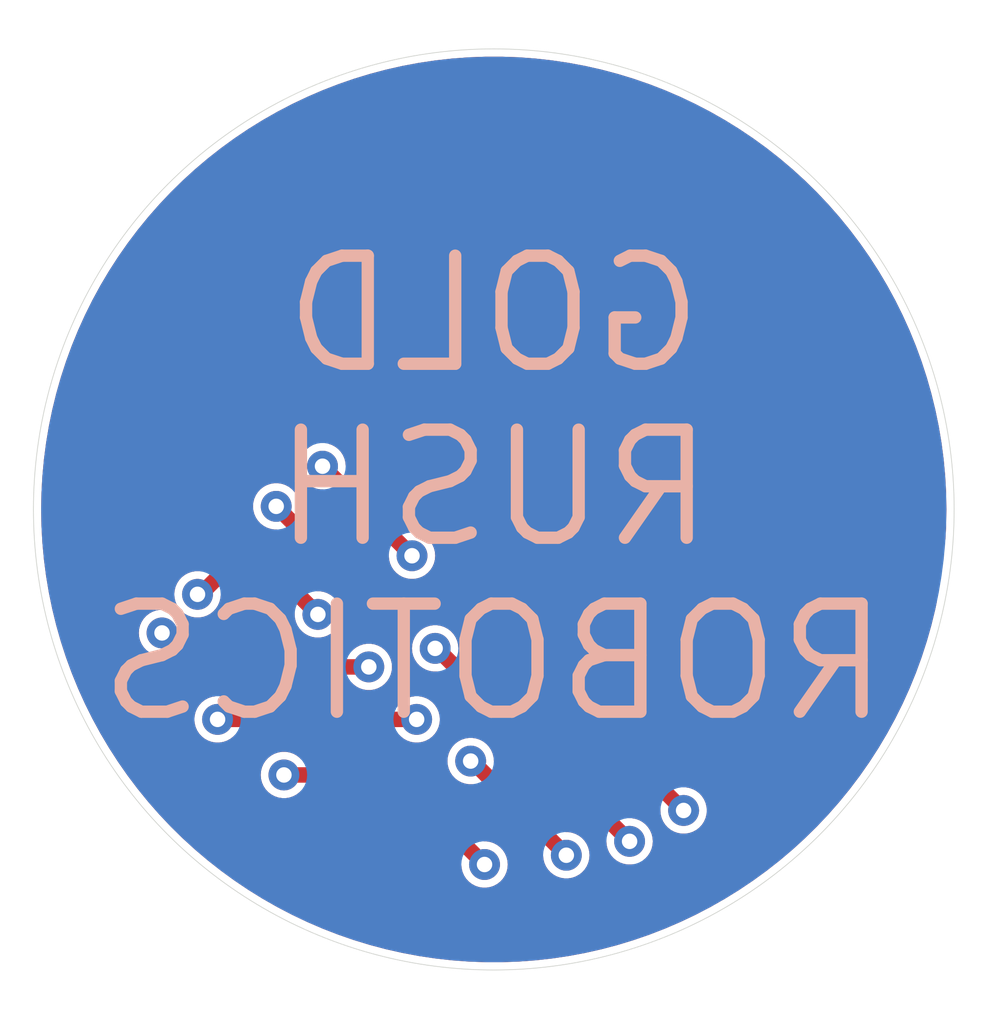
<source format=kicad_pcb>
(kicad_pcb (version 20240108) (generator "pcbnew") (generator_version "8.0")
  (layers (0 "F.Cu" signal) (31 "B.Cu" signal) (34 "B.Paste" user) (35 "F.Paste" user) (36 "B.SilkS" user "B.Silkscreen") (37 "F.SilkS" user "F.Silkscreen") (38 "B.Mask" user) (39 "F.Mask" user) (44 "Edge.Cuts" user))
  (net 0 "")
  (footprint "GRR:GRR_LARGE_1" (layer "F.Cu") (at 46 77)
    (property "Reference" "REF**" (hide yes))
    (property "Value" "GRR_LARGE_1")
    (pad "1" smd custom (at -25.9 -34) (size 0.462 0.462) (layers "F.Cu" "F.Paste" "F.Mask") (options (clearance outline) (anchor circle)) (primitives (gr_poly (pts (xy -0.3215 -0.1155) (xy -0.312708 -0.1597) (xy -0.287671 -0.197171) (xy -0.2502 -0.222208) (xy -0.206 -0.231) (xy 0.206 -0.231) (xy 0.2502 -0.222208) (xy 0.287671 -0.197171) (xy 0.312708 -0.1597) (xy 0.3215 -0.1155) (xy 0.3215 0.1155) (xy 0.312708 0.1597) (xy 0.287671 0.197171) (xy 0.2502 0.222208) (xy 0.206 0.231) (xy -0.206 0.231) (xy -0.2502 0.222208) (xy -0.287671 0.197171) (xy -0.312708 0.1597) (xy -0.3215 0.1155)) (width 0) (fill yes)) (gr_poly (pts (xy 27.995836 -24.184206) (xy 29.020327 -24.142848) (xy 29.930931 -24.079826) (xy 30.668749 -23.995611) (xy 30.709716 -23.989354) (xy 31.478646 -23.862209) (xy 32.040845 -23.748313) (xy 32.429081 -23.636297) (xy 32.676117 -23.514791) (xy 32.814721 -23.372425) (xy 32.868467 -23.240261) (xy 32.885936 -22.832138) (xy 32.734005 -22.52609) (xy 32.498701 -22.390935) (xy 32.261716 -22.380042) (xy 31.855447 -22.408656) (xy 31.347044 -22.47087) (xy 31.03208 -22.51998) (xy 30.107567 -22.641419) (xy 29.013017 -22.729477) (xy 27.816988 -22.782966) (xy 26.588038 -22.800695) (xy 25.394727 -22.781474) (xy 24.305614 -22.724114) (xy 23.55386 -22.649768) (xy 21.047134 -22.213313) (xy 18.634204 -21.555876) (xy 16.320424 -20.680078) (xy 14.111143 -19.588538) (xy 12.011713 -18.283876) (xy 10.027485 -16.768712) (xy 8.297482 -15.180243) (xy 6.588956 -13.307859) (xy 5.09028 -11.317788) (xy 3.801894 -9.210746) (xy 2.724241 -6.987447) (xy 1.934277 -4.885782) (xy 1.437835 -3.219337) (xy 1.073709 -1.626244) (xy 0.830183 -0.030854) (xy 0.695544 1.642481) (xy 0.657801 3.357032) (xy 0.668262 4.259338) (xy 0.701321 5.085273) (xy 0.762801 5.903317) (xy 0.858528 6.781947) (xy 0.994327 7.789644) (xy 1.0895 8.432233) (xy 1.115299 8.792554) (xy 1.037283 9.032963) (xy 0.910184 9.184603) (xy 0.611543 9.401698) (xy 0.329047 9.396806) (xy 0.060848 9.228673) (xy -0.078392 9.078983) (xy -0.195176 8.856171) (xy -0.297379 8.527698) (xy -0.392878 8.061022) (xy -0.489547 7.423604) (xy -0.595262 6.582903) (xy -0.6102 6.455961) (xy -0.781912 3.980229) (xy -0.724439 1.497484) (xy -0.443987 -0.971255) (xy 0.053241 -3.404972) (xy 0.761041 -5.782649) (xy 1.673208 -8.083268) (xy 2.783539 -10.285814) (xy 4.085828 -12.369267) (xy 5.491862 -14.215166) (xy 7.269903 -16.157332) (xy 9.18484 -17.902406) (xy 11.230672 -19.447058) (xy 13.401397 -20.787962) (xy 15.691015 -21.92179) (xy 18.093526 -22.845213) (xy 20.602927 -23.554905) (xy 23.213218 -24.047538) (xy 23.226541 -24.049455) (xy 23.93698 -24.12352) (xy 24.828029 -24.173555) (xy 25.840787 -24.200032) (xy 26.916356 -24.203424)) (width 0) (fill yes))))
    (pad "1" smd custom (at -7.1 -41.9) (size 0.462 0.462) (layers "F.Cu" "F.Paste" "F.Mask") (options (clearance outline) (anchor circle)) (primitives (gr_poly (pts (xy -0.3215 -0.1155) (xy -0.312708 -0.1597) (xy -0.287671 -0.197171) (xy -0.2502 -0.222208) (xy -0.206 -0.231) (xy 0.206 -0.231) (xy 0.2502 -0.222208) (xy 0.287671 -0.197171) (xy 0.312708 -0.1597) (xy 0.3215 -0.1155) (xy 0.3215 0.1155) (xy 0.312708 0.1597) (xy 0.287671 0.197171) (xy 0.2502 0.222208) (xy 0.206 0.231) (xy -0.206 0.231) (xy -0.2502 0.222208) (xy -0.287671 0.197171) (xy -0.312708 0.1597) (xy -0.3215 0.1155)) (width 0) (fill yes)) (gr_poly (pts (xy 17.674493 -14.502632) (xy 17.781495 -14.428477) (xy 17.828929 -14.357536) (xy 17.894898 -14.11831) (xy 17.870511 -13.998194) (xy 17.749223 -13.884039) (xy 17.470172 -13.655937) (xy 17.069602 -13.342509) (xy 16.583757 -12.972378) (xy 16.344076 -12.792793) (xy 14.914557 -11.697266) (xy 13.364272 -10.451136) (xy 11.67968 -9.043339) (xy 10.268018 -7.829622) (xy 9.683765 -7.316941) (xy 9.013057 -6.720274) (xy 8.283951 -6.065326) (xy 7.524504 -5.377804) (xy 6.76277 -4.683416) (xy 6.026808 -4.007869) (xy 5.344672 -3.376868) (xy 4.744419 -2.816121) (xy 4.254104 -2.351335) (xy 3.901785 -2.008217) (xy 3.787548 -1.891793) (xy 3.389314 -1.47409) (xy 3.652168 -0.969794) (xy 3.84495 -0.359678) (xy 3.811083 0.257315) (xy 3.554253 0.830063) (xy 3.518747 0.879835) (xy 3.255086 1.236455) (xy 4.394363 2.39619) (xy 4.618057 2.626236) (xy 4.997006 3.018808) (xy 5.52014 3.562357) (xy 6.176391 4.245335) (xy 6.95469 5.056194) (xy 7.843969 5.983387) (xy 8.83316 7.015365) (xy 9.911193 8.140581) (xy 11.067001 9.347486) (xy 12.289514 10.624534) (xy 13.567665 11.960175) (xy 14.890385 13.342862) (xy 16.246605 14.761048) (xy 16.524915 15.052133) (xy 17.876355 16.465597) (xy 19.189871 17.839283) (xy 20.454995 19.162246) (xy 21.661255 20.423543) (xy 22.798183 21.612229) (xy 23.855309 22.717361) (xy 24.822162 23.727995) (xy 25.688272 24.633188) (xy 26.443169 25.421994) (xy 27.076384 26.083471) (xy 27.577447 26.606674) (xy 27.935887 26.98066) (xy 28.141235 27.194486) (xy 28.168877 27.223137) (xy 28.533421 27.626352) (xy 28.75094 27.946834) (xy 28.862573 28.252044) (xy 28.889583 28.405051) (xy 28.957602 28.91217) (xy 27.340701 30.529071) (xy 26.768463 31.097628) (xy 26.335309 31.515816) (xy 26.012806 31.806186) (xy 25.772519 31.99129) (xy 25.586014 32.093679) (xy 25.424855 32.135906) (xy 25.307398 32.141706) (xy 24.940957 32.096244) (xy 24.639664 31.992706) (xy 24.637083 31.991232) (xy 24.522559 31.892531) (xy 24.24402 31.636296) (xy 23.811136 31.231722) (xy 23.233575 30.688005) (xy 22.521006 30.014342) (xy 21.683096 29.219928) (xy 20.729515 28.313959) (xy 19.669931 27.305631) (xy 18.514012 26.204139) (xy 17.271428 25.01868) (xy 15.951845 23.75845) (xy 14.564933 22.432644) (xy 13.120361 21.050458) (xy 11.627796 19.621088) (xy 11.169981 19.182407) (xy -2.043209 6.519791) (xy -2.399699 6.783355) (xy -2.792453 6.96687) (xy -3.2861 7.053856) (xy -3.792316 7.042917) (xy -4.222778 6.932654) (xy -4.411333 6.815205) (xy -4.571286 6.685359) (xy -4.700977 6.66867) (xy -4.872316 6.783992) (xy -5.100094 6.995774) (xy -5.401575 7.296894) (xy -5.837287 7.751268) (xy -6.382272 8.331532) (xy -7.011574 9.01032) (xy -7.700233 9.760268) (xy -8.423292 10.554011) (xy -9.155793 11.364183) (xy -9.872779 12.16342) (xy -10.549292 12.924356) (xy -11.160374 13.619627) (xy -11.530687 14.046613) (xy -12.709903 15.433528) (xy -13.829165 16.784616) (xy -14.859698 18.064255) (xy -15.772726 19.236821) (xy -16.399052 20.073627) (xy -16.772163 20.572225) (xy -17.043609 20.898783) (xy -17.245737 21.081271) (xy -17.410893 21.147664) (xy -17.571425 21.125932) (xy -17.602843 21.114623) (xy -17.708646 21.032869) (xy -17.761957 20.868833) (xy -17.759929 20.593431) (xy -17.699718 20.177577) (xy -17.578478 19.592185) (xy -17.393365 18.808172) (xy -17.366477 18.698356) (xy -16.50499 15.687943) (xy -15.413991 12.727009) (xy -14.103033 9.836511) (xy -12.581668 7.037408) (xy -10.859446 4.350659) (xy -10.76709 4.21801) (xy -10.389664 3.682525) (xy -10.036741 3.189863) (xy -9.743201 2.788172) (xy -9.543926 2.525601) (xy -9.515827 2.490835) (xy -9.232224 2.14802) (xy -9.579458 1.752542) (xy -9.918585 1.210178) (xy -10.025496 0.63188) (xy -9.898252 0.045581) (xy -9.732664 -0.296394) (xy -9.564848 -0.563841) (xy -9.53522 -0.59961) (xy -9.462135 -0.719076) (xy -9.489542 -0.855664) (xy -9.643314 -1.056901) (xy -9.949324 -1.370313) (xy -9.961138 -1.381955) (xy -10.283823 -1.736596) (xy -10.496628 -2.044991) (xy -10.560663 -2.228977) (xy -10.489581 -2.388535) (xy -10.291756 -2.705647) (xy -9.990323 -3.149449) (xy -9.608418 -3.689076) (xy -9.169174 -4.293665) (xy -8.695726 -4.93235) (xy -8.211209 -5.574269) (xy -7.738758 -6.188555) (xy -7.301506 -6.744346) (xy -6.922589 -7.210777) (xy -6.625142 -7.556983) (xy -6.432298 -7.752101) (xy -6.405947 -7.771857) (xy -6.17049 -7.871036) (xy -5.916751 -7.845904) (xy -5.611359 -7.679181) (xy -5.220944 -7.353587) (xy -4.797046 -6.938737) (xy -4.029163 -6.157004) (xy -3.653444 -6.386109) (xy -3.090608 -6.596469) (xy -2.479489 -6.602292) (xy -1.885382 -6.411323) (xy -1.472038 -6.127347) (xy -1.340314 -6.023598) (xy -1.213594 -6.000179) (xy -1.037905 -6.075501) (xy -0.759278 -6.267971) (xy -0.509005 -6.455842) (xy 1.895969 -8.147681) (xy 4.436915 -9.693981) (xy 7.077064 -11.077068) (xy 9.779648 -12.279266) (xy 12.507897 -13.282898) (xy 15.225042 -14.070289) (xy 15.441232 -14.123507) (xy 16.222954 -14.309966) (xy 16.80455 -14.437914) (xy 17.218611 -14.510544) (xy 17.497728 -14.531052)) (width 0) (fill yes))))
    (pad "1" smd custom (at 9.4 -40.5) (size 0.462 0.462) (layers "F.Cu" "F.Paste" "F.Mask") (options (clearance outline) (anchor circle)) (primitives (gr_poly (pts (xy -0.3215 -0.1155) (xy -0.312708 -0.1597) (xy -0.287671 -0.197171) (xy -0.2502 -0.222208) (xy -0.206 -0.231) (xy 0.206 -0.231) (xy 0.2502 -0.222208) (xy 0.287671 -0.197171) (xy 0.312708 -0.1597) (xy 0.3215 -0.1155) (xy 0.3215 0.1155) (xy 0.312708 0.1597) (xy 0.287671 0.197171) (xy 0.2502 0.222208) (xy 0.206 0.231) (xy -0.206 0.231) (xy -0.2502 0.222208) (xy -0.287671 0.197171) (xy -0.312708 0.1597) (xy -0.3215 0.1155)) (width 0) (fill yes)) (gr_poly (pts (xy 0.849984 -7.152656) (xy 0.902891 -7.139366) (xy 1.014665 -7.020397) (xy 1.228691 -6.725444) (xy 1.52431 -6.285542) (xy 1.880866 -5.731729) (xy 2.2777 -5.095042) (xy 2.434812 -4.837743) (xy 2.882546 -4.102996) (xy 3.227142 -3.54837) (xy 3.489127 -3.147415) (xy 3.689026 -2.873681) (xy 3.847366 -2.700718) (xy 3.984675 -2.602076) (xy 4.121477 -2.551305) (xy 4.225335 -2.53052) (xy 4.566566 -2.469038) (xy 4.822135 -2.415924) (xy 4.839811 -2.411561) (xy 4.983416 -2.470086) (xy 5.283429 -2.659757) (xy 5.709908 -2.959281) (xy 6.23291 -3.347367) (xy 6.822491 -3.80272) (xy 7.055299 -3.987001) (xy 7.826143 -4.592426) (xy 8.431501 -5.047326) (xy 8.885528 -5.361467) (xy 9.202377 -5.544616) (xy 9.396205 -5.606539) (xy 9.402692 -5.60663) (xy 9.653637 -5.547992) (xy 10.034133 -5.394077) (xy 10.489363 -5.174819) (xy 10.964512 -4.92015) (xy 11.404765 -4.660005) (xy 11.755305 -4.424316) (xy 11.961316 -4.243016) (xy 11.990684 -4.193403) (xy 11.999753 -4.014511) (xy 11.988313 -3.634843) (xy 11.95859 -3.093309) (xy 11.912814 -2.428816) (xy 11.853213 -1.680272) (xy 11.833873 -1.45545) (xy 11.612761 1.072512) (xy 12.064808 1.538648) (xy 12.516854 2.004783) (xy 15.088522 1.88193) (xy 16.022672 1.843246) (xy 16.788356 1.823937) (xy 17.366607 1.824069) (xy 17.738455 1.843709) (xy 17.87211 1.872124) (xy 18.027635 2.036241) (xy 18.242127 2.365412) (xy 18.486023 2.800798) (xy 18.729759 3.283564) (xy 18.943771 3.754871) (xy 19.098495 4.155884) (xy 19.164366 4.427766) (xy 19.164929 4.445031) (xy 19.10897 4.628673) (xy 18.9329 4.919799) (xy 18.62443 5.335064) (xy 18.17127 5.891123) (xy 17.630095 6.525103) (xy 17.14396 7.087416) (xy 16.704102 7.597946) (xy 16.337972 8.024693) (xy 16.073017 8.335661) (xy 15.936687 8.498849) (xy 15.933001 8.503491) (xy 15.833505 8.755068) (xy 15.835183 9.159878) (xy 15.852818 9.306237) (xy 15.934895 9.903005) (xy 18.140793 11.3611) (xy 18.788183 11.79411) (xy 19.36595 12.190247) (xy 19.844123 12.528166) (xy 20.19273 12.786522) (xy 20.381801 12.94397) (xy 20.406331 12.974616) (xy 20.41157 13.160477) (xy 20.374201 13.519839) (xy 20.305203 13.991487) (xy 20.215557 14.514203) (xy 20.116239 15.02677) (xy 20.018229 15.467971) (xy 19.932506 15.776589) (xy 19.884937 15.881878) (xy 19.739233 15.947551) (xy 19.394282 16.05575) (xy 18.88585 16.196717) (xy 18.249703 16.360697) (xy 17.521608 16.537936) (xy 17.223235 16.6079) (xy 16.384545 16.803768) (xy 15.74894 16.957467) (xy 15.284676 17.079919) (xy 14.960005 17.182048) (xy 14.743183 17.274777) (xy 14.602464 17.369029) (xy 14.506102 17.475728) (xy 14.448719 17.562576) (xy 14.308182 17.805448) (xy 14.217224 18.028974) (xy 14.181362 18.269204) (xy 14.206112 18.562191) (xy 14.296992 18.943986) (xy 14.459518 19.450642) (xy 14.699207 20.118212) (xy 14.937945 20.759563) (xy 15.199424 21.47117) (xy 15.42868 22.120546) (xy 15.612709 22.668741) (xy 15.738504 23.076805) (xy 15.793059 23.305787) (xy 15.794313 23.324195) (xy 15.705961 23.544016) (xy 15.471336 23.864794) (xy 15.136089 24.242123) (xy 14.74587 24.631594) (xy 14.346326 24.988801) (xy 13.983109 25.269337) (xy 13.701868 25.428795) (xy 13.609761 25.449289) (xy 13.452903 25.395577) (xy 13.20667 25.224872) (xy 12.854707 24.922826) (xy 12.380659 24.475088) (xy 11.768171 23.867308) (xy 11.517465 23.613507) (xy 10.424083 22.501461) (xy 9.488231 21.54765) (xy 8.697955 20.739313) (xy 8.041302 20.063687) (xy 7.50632 19.508011) (xy 7.081054 19.059522) (xy 6.753553 18.705459) (xy 6.511863 18.433059) (xy 6.344031 18.22956) (xy 6.238104 18.0822) (xy 6.182129 17.978218) (xy 6.164153 17.90485) (xy 6.163981 17.897688) (xy 6.250237 17.694742) (xy 6.492221 17.365261) (xy 6.864756 16.941577) (xy 7.09692 16.699628) (xy 7.988189 15.678955) (xy 8.66306 14.63796) (xy 9.145267 13.538985) (xy 9.207417 13.351185) (xy 9.403211 12.464176) (xy 9.485026 11.460864) (xy 9.454145 10.430326) (xy 9.31185 9.461639) (xy 9.14269 8.856877) (xy 8.588097 7.626872) (xy 7.859151 6.537703) (xy 6.978542 5.603117) (xy 5.96896 4.836861) (xy 4.853093 4.252681) (xy 3.653631 3.864325) (xy 2.393264 3.685538) (xy 1.094682 3.730068) (xy 0.760948 3.778677) (xy -0.25306 4.052955) (xy -1.313352 4.532419) (xy -2.381442 5.196914) (xy -3.254348 5.88147) (xy -3.692786 6.243405) (xy -4.085715 6.536979) (xy -4.387291 6.729826) (xy -4.541979 6.790522) (xy -4.60355 6.776885) (xy -4.692635 6.728123) (xy -4.821199 6.632455) (xy -5.001204 6.478101) (xy -5.244614 6.253282) (xy -5.563392 5.946219) (xy -5.969501 5.54513) (xy -6.474903 5.038236) (xy -7.091563 4.413759) (xy -7.831443 3.659917) (xy -8.706506 2.764931) (xy -9.728716 1.717021) (xy -10.538564 0.885835) (xy -11.0959 0.302043) (xy -11.492063 -0.142046) (xy -11.744456 -0.468207) (xy -11.870482 -0.698214) (xy -11.892891 -0.808692) (xy -11.803786 -1.043503) (xy -11.567075 -1.376639) (xy -11.228661 -1.763186) (xy -10.83445 -2.158229) (xy -10.430346 -2.516853) (xy -10.062252 -2.794143) (xy -9.776074 -2.945182) (xy -9.694006 -2.960189) (xy -9.495364 -2.91515) (xy -9.113455 -2.789377) (xy -8.58634 -2.596894) (xy -7.952081 -2.35172) (xy -7.248739 -2.067877) (xy -7.062031 -1.99063) (xy -4.730523 -1.02107) (xy -4.16159 -1.287544) (xy -3.986941 -1.365189) (xy -3.849226 -1.431999) (xy -3.736715 -1.515631) (xy -3.637683 -1.643741) (xy -3.540399 -1.843986) (xy -3.433138 -2.144022) (xy -3.30417 -2.571508) (xy -3.141767 -3.154098) (xy -2.934203 -3.91945) (xy -2.73764 -4.645497) (xy -2.528085 -5.379152) (xy -2.334634 -5.98341) (xy -2.168632 -6.425915) (xy -2.041423 -6.674311) (xy -2.01622 -6.703002) (xy -1.813195 -6.793387) (xy -1.434262 -6.891065) (xy -0.943681 -6.986431) (xy -0.405708 -7.069878) (xy 0.115399 -7.131802) (xy 0.555382 -7.162596)) (width 0) (fill yes))))
    (pad "1" smd custom (at 11.1 -30.4) (size 0.462 0.462) (layers "F.Cu" "F.Paste" "F.Mask") (options (clearance outline) (anchor circle)) (primitives (gr_poly (pts (xy -0.3215 -0.1155) (xy -0.312708 -0.1597) (xy -0.287671 -0.197171) (xy -0.2502 -0.222208) (xy -0.206 -0.231) (xy 0.206 -0.231) (xy 0.2502 -0.222208) (xy 0.287671 -0.197171) (xy 0.312708 -0.1597) (xy 0.3215 -0.1155) (xy 0.3215 0.1155) (xy 0.312708 0.1597) (xy 0.287671 0.197171) (xy 0.2502 0.222208) (xy 0.206 0.231) (xy -0.206 0.231) (xy -0.2502 0.222208) (xy -0.287671 0.197171) (xy -0.312708 0.1597) (xy -0.3215 0.1155)) (width 0) (fill yes)) (gr_poly (pts (xy -0.341707 -2.794066) (xy 0.058507 -2.702351) (xy 0.572731 -2.567771) (xy 1.150443 -2.405282) (xy 1.741124 -2.22984) (xy 2.294251 -2.056401) (xy 2.759305 -1.899921) (xy 3.085763 -1.775355) (xy 3.217855 -1.704453) (xy 3.291257 -1.544219) (xy 3.404949 -1.192024) (xy 3.54656 -0.690833) (xy 3.70372 -0.083614) (xy 3.80708 0.342199) (xy 4.258071 2.248378) (xy 3.18733 3.330205) (xy 2.614791 3.892941) (xy 2.170248 4.289738) (xy 1.827382 4.539456) (xy 1.55987 4.660956) (xy 1.341393 4.673099) (xy 1.319478 4.668626) (xy 1.18686 4.572199) (xy 0.913737 4.323613) (xy 0.524114 3.946497) (xy 0.041995 3.46448) (xy -0.508615 2.901191) (xy -1.05801 2.328365) (xy -1.745331 1.600741) (xy -2.279411 1.023296) (xy -2.677059 0.575777) (xy -2.955085 0.237932) (xy -3.130299 -0.010493) (xy -3.21951 -0.18975) (xy -3.240284 -0.300884) (xy -3.20606 -0.473986) (xy -3.08612 -0.681432) (xy -2.854569 -0.954367) (xy -2.485507 -1.323935) (xy -2.050854 -1.731309) (xy -1.44173 -2.271648) (xy -0.984207 -2.629337) (xy -0.675487 -2.806458) (xy -0.57739 -2.827962)) (width 0) (fill yes))))
    (pad "1" smd custom (at 12.6 -54.7) (size 0.462 0.462) (layers "F.Cu" "F.Paste" "F.Mask") (options (clearance outline) (anchor circle)) (primitives (gr_poly (pts (xy -0.3215 -0.1155) (xy -0.312708 -0.1597) (xy -0.287671 -0.197171) (xy -0.2502 -0.222208) (xy -0.206 -0.231) (xy 0.206 -0.231) (xy 0.2502 -0.222208) (xy 0.287671 -0.197171) (xy 0.312708 -0.1597) (xy 0.3215 -0.1155) (xy 0.3215 0.1155) (xy 0.312708 0.1597) (xy 0.287671 0.197171) (xy 0.2502 0.222208) (xy 0.206 0.231) (xy -0.206 0.231) (xy -0.2502 0.222208) (xy -0.287671 0.197171) (xy -0.312708 0.1597) (xy -0.3215 0.1155)) (width 0) (fill yes)) (gr_poly (pts (xy -0.130634 -0.976939) (xy 0.27112 -0.804927) (xy 0.798908 -0.543468) (xy 1.414661 -0.2132) (xy 2.080308 0.165237) (xy 2.75778 0.571204) (xy 3.409005 0.984061) (xy 3.615809 1.12108) (xy 5.60046 2.592439) (xy 7.45791 4.251165) (xy 9.167677 6.073166) (xy 10.709275 8.034352) (xy 12.06222 10.11063) (xy 13.206027 12.277908) (xy 13.329017 12.544626) (xy 13.644803 13.259371) (xy 13.856756 13.794301) (xy 13.972854 14.182825) (xy 14.001074 14.458346) (xy 13.949396 14.654272) (xy 13.860802 14.771291) (xy 13.585448 14.923372) (xy 13.244088 14.965559) (xy 12.948245 14.892302) (xy 12.860417 14.82109) (xy 12.761669 14.652017) (xy 12.594704 14.316111) (xy 12.385939 13.867916) (xy 12.233661 13.527014) (xy 11.118374 11.281822) (xy 9.806357 9.173553) (xy 8.302234 7.20714) (xy 6.610627 5.387512) (xy 4.736158 3.719602) (xy 2.683449 2.208339) (xy 0.457122 0.858655) (xy 0.25545 0.749076) (xy -0.276872 0.45558) (xy -0.630227 0.238445) (xy -0.84184 0.068081) (xy -0.948935 -0.085104) (xy -0.987459 -0.238915) (xy -0.934282 -0.60342) (xy -0.727524 -0.894289) (xy -0.426199 -1.035281) (xy -0.368282 -1.038862)) (width 0) (fill yes))))
    (pad "1" smd custom (at 15.8 -8.3) (size 0.462 0.462) (layers "F.Cu" "F.Paste" "F.Mask") (options (clearance outline) (anchor circle)) (primitives (gr_poly (pts (xy -0.3215 -0.1155) (xy -0.312708 -0.1597) (xy -0.287671 -0.197171) (xy -0.2502 -0.222208) (xy -0.206 -0.231) (xy 0.206 -0.231) (xy 0.2502 -0.222208) (xy 0.287671 -0.197171) (xy 0.312708 -0.1597) (xy 0.3215 -0.1155) (xy 0.3215 0.1155) (xy 0.312708 0.1597) (xy 0.287671 0.197171) (xy 0.2502 0.222208) (xy 0.206 0.231) (xy -0.206 0.231) (xy -0.2502 0.222208) (xy -0.287671 0.197171) (xy -0.312708 0.1597) (xy -0.3215 0.1155)) (width 0) (fill yes)) (gr_poly (pts (xy -39.013219 -11.619641) (xy -38.7477 -11.384522) (xy -38.460702 -10.95006) (xy -38.263342 -10.578008) (xy -37.086583 -8.496264) (xy -35.701837 -6.521475) (xy -34.101377 -4.643056) (xy -33.402518 -3.919756) (xy -31.52974 -2.212005) (xy -29.536803 -0.712329) (xy -27.429061 0.576651) (xy -25.211863 1.652315) (xy -22.890562 2.512044) (xy -20.470508 3.153216) (xy -18.14614 3.549768) (xy -17.037739 3.651861) (xy -15.779195 3.70222) (xy -14.444223 3.7025) (xy -13.106534 3.654354) (xy -11.839842 3.559439) (xy -10.717859 3.419406) (xy -10.468246 3.377477) (xy -7.992584 2.816827) (xy -5.615512 2.036568) (xy -3.336382 1.036446) (xy -1.154545 -0.183796) (xy -0.743488 -0.445385) (xy -0.155036 -0.804517) (xy 0.285143 -1.011445) (xy 0.609996 -1.072472) (xy 0.852469 -0.993901) (xy 1.042263 -0.787012) (xy 1.156443 -0.529591) (xy 1.134685 -0.277225) (xy 0.958348 -0.004224) (xy 0.608793 0.315101) (xy 0.067377 0.706442) (xy -0.143494 0.847162) (xy -1.853781 1.858565) (xy -3.738747 2.765634) (xy -5.748666 3.551259) (xy -7.833815 4.19833) (xy -9.944469 4.689735) (xy -12.030902 5.008365) (xy -12.324935 5.038865) (xy -13.331025 5.109243) (xy -14.466567 5.143299) (xy -15.637542 5.141078) (xy -16.749932 5.102627) (xy -17.630805 5.036313) (xy -20.173478 4.658476) (xy -22.650526 4.055193) (xy -25.047579 3.233112) (xy -27.350264 2.198878) (xy -29.54421 0.959138) (xy -31.615043 -0.479461) (xy -33.548393 -2.110275) (xy -33.989642 -2.528853) (xy -35.740537 -4.362981) (xy -37.258408 -6.242338) (xy -38.547772 -8.172919) (xy -39.3815 -9.685782) (xy -39.683902 -10.324234) (xy -39.856764 -10.795798) (xy -39.903761 -11.134133) (xy -39.828565 -11.372901) (xy -39.634848 -11.54576) (xy -39.587366 -11.572638) (xy -39.284145 -11.675613)) (width 0) (fill yes))))
    (pad "1" smd custom (at 26.4 -22.2) (size 0.462 0.462) (layers "F.Cu" "F.Paste" "F.Mask") (options (clearance outline) (anchor circle)) (primitives (gr_poly (pts (xy -0.3215 -0.1155) (xy -0.312708 -0.1597) (xy -0.287671 -0.197171) (xy -0.2502 -0.222208) (xy -0.206 -0.231) (xy 0.206 -0.231) (xy 0.2502 -0.222208) (xy 0.287671 -0.197171) (xy 0.312708 -0.1597) (xy 0.3215 -0.1155) (xy 0.3215 0.1155) (xy 0.312708 0.1597) (xy 0.287671 0.197171) (xy 0.2502 0.222208) (xy 0.206 0.231) (xy -0.206 0.231) (xy -0.2502 0.222208) (xy -0.287671 0.197171) (xy -0.312708 0.1597) (xy -0.3215 0.1155)) (width 0) (fill yes)) (gr_poly (pts (xy 0.512339 -0.698567) (xy 0.651953 -0.516164) (xy 0.692705 -0.360494) (xy 0.664017 -0.098987) (xy 0.558069 0.30665) (xy 0.367039 0.894709) (xy 0.35905 0.918089) (xy 0.088421 1.646443) (xy -0.15787 2.154843) (xy -0.397693 2.460363) (xy -0.648921 2.58008) (xy -0.929426 2.531067) (xy -1.178902 2.387487) (xy -1.328809 2.260062) (xy -1.409349 2.107404) (xy -1.416296 1.88902) (xy -1.345426 1.564417) (xy -1.192513 1.093104) (xy -0.98367 0.516556) (xy -0.766692 -0.050505) (xy -0.598306 -0.430331) (xy -0.454169 -0.665131) (xy -0.309941 -0.797115) (xy -0.194853 -0.851301) (xy 0.191639 -0.889201)) (width 0) (fill yes))))
    (pad "1" smd custom (at 27.6 -32.4) (size 0.462 0.462) (layers "F.Cu" "F.Paste" "F.Mask") (options (clearance outline) (anchor circle)) (primitives (gr_poly (pts (xy -0.3215 -0.1155) (xy -0.312708 -0.1597) (xy -0.287671 -0.197171) (xy -0.2502 -0.222208) (xy -0.206 -0.231) (xy 0.206 -0.231) (xy 0.2502 -0.222208) (xy 0.287671 -0.197171) (xy 0.312708 -0.1597) (xy 0.3215 -0.1155) (xy 0.3215 0.1155) (xy 0.312708 0.1597) (xy 0.287671 0.197171) (xy 0.2502 0.222208) (xy 0.206 0.231) (xy -0.206 0.231) (xy -0.2502 0.222208) (xy -0.287671 0.197171) (xy -0.312708 0.1597) (xy -0.3215 0.1155)) (width 0) (fill yes)) (gr_poly (pts (xy 0.346983 -0.822677) (xy 0.540441 -0.69288) (xy 0.670338 -0.433175) (xy 0.753436 -0.008072) (xy 0.806498 0.617918) (xy 0.811471 0.705101) (xy 0.838044 1.260224) (xy 0.839629 1.629349) (xy 0.809144 1.866568) (xy 0.73951 2.025973) (xy 0.623646 2.161657) (xy 0.620382 2.164926) (xy 0.2713 2.388275) (xy -0.080147 2.372765) (xy -0.359241 2.181517) (xy -0.469729 2.042255) (xy -0.540633 1.856014) (xy -0.580342 1.570884) (xy -0.597244 1.134954) (xy -0.6 0.691517) (xy -0.588822 0.050839) (xy -0.544514 -0.386888) (xy -0.450909 -0.658872) (xy -0.291843 -0.802321) (xy -0.051152 -0.854444) (xy 0.073204 -0.858057)) (width 0) (fill yes))))
  )
  (gr_circle (center 47 47) (end 76 54) (stroke (width 0.05)) (fill none) (layer "Edge.Cuts"))
  (gr_text " GOLD \nRUSH\nROBOTICS" (at 47 61 0) (layer "B.SilkS") (effects (font (size 7 7) (thickness 0.8)) (justify bottom mirror)))
  (segment (start 45.5 63.3) (end 45.6 63.3) (width 1) (layer "F.Cu") (net 0))
  (segment (start 31.15 49.35) (end 35.6 53.8) (width 1) (layer "F.Cu") (net 0))
  (segment (start 28 52.5) (end 31.15 49.35) (width 1) (layer "F.Cu") (net 0))
  (segment (start 27.8 52.5) (end 28 52.5) (width 1) (layer "F.Cu") (net 0))
  (segment (start 40.6 64.2) (end 46.4 70) (width 1) (layer "F.Cu") (net 0))
  (segment (start 32.9 46.8) (end 38.9 52.8) (width 1) (layer "F.Cu") (net 0))
  (segment (start 27.7 57.2) (end 25.5 55) (width 1) (layer "F.Cu") (net 0))
  (segment (start 38.9 57.2) (end 27.7 57.2) (width 1) (layer "F.Cu") (net 0))
  (segment (start 45.6 52.8) (end 59.3 66.5) (width 1) (layer "F.Cu") (net 0))
  (segment (start 41.7 50) (end 35.9 44.2) (width 1) (layer "F.Cu") (net 0))
  (segment (start 45.6 63.3) (end 51.7 69.4) (width 1) (layer "F.Cu") (net 0))
  (segment (start 43.3 56) (end 43.2 56) (width 1) (layer "F.Cu") (net 0))
  (segment (start 33.4 64.2) (end 40.6 64.2) (width 1) (layer "F.Cu") (net 0))
  (segment (start 29.1 60.6) (end 42 60.6) (width 1) (layer "F.Cu") (net 0))
  (segment (start 38.9 52.8) (end 45.6 52.8) (width 1) (layer "F.Cu") (net 0))
  (segment (start 55.8 68.5) (end 43.3 56) (width 1) (layer "F.Cu") (net 0))
  (via (at 27.8 52.5) (size 2) (drill 1) (layers "F.Cu" "B.Cu") (net 0))
  (via (at 59.3 66.5) (size 2) (drill 1) (layers "F.Cu" "B.Cu") (net 0))
  (via (at 51.7 69.4) (size 2) (drill 1) (layers "F.Cu" "B.Cu") (net 0))
  (via (at 45.5 63.3) (size 2) (drill 1) (layers "F.Cu" "B.Cu") (net 0))
  (via (at 46.4 70) (size 2) (drill 1) (layers "F.Cu" "B.Cu") (net 0))
  (via (at 55.8 68.5) (size 2) (drill 1) (layers "F.Cu" "B.Cu") (net 0))
  (via (at 42 60.6) (size 2) (drill 1) (layers "F.Cu" "B.Cu") (net 0))
  (via (at 25.5 55) (size 2) (drill 1) (layers "F.Cu" "B.Cu") (net 0))
  (via (at 33.4 64.2) (size 2) (drill 1) (layers "F.Cu" "B.Cu") (net 0))
  (via (at 38.9 57.2) (size 2) (drill 1) (layers "F.Cu" "B.Cu") (net 0))
  (via (at 35.6 53.8) (size 2) (drill 1) (layers "F.Cu" "B.Cu") (net 0))
  (via (at 29.1 60.6) (size 2) (drill 1) (layers "F.Cu" "B.Cu") (net 0))
  (via (at 32.9 46.8) (size 2) (drill 1) (layers "F.Cu" "B.Cu") (net 0))
  (via (at 43.2 56) (size 2) (drill 1) (layers "F.Cu" "B.Cu") (net 0))
  (via (at 41.7 50) (size 2) (drill 1) (layers "F.Cu" "B.Cu") (net 0))
  (via (at 35.9 44.2) (size 2) (drill 1) (layers "F.Cu" "B.Cu") (net 0))
  (zone (net 0) (net_name "") (layers "F&B.Cu") (connect_pads (clearance 0.5)) (min_thickness 0.25) (fill yes (thermal_gap 0.5) (thermal_bridge_width 0.5) (island_removal_mode 1) (island_area_min 10))
    (polygon (pts (xy 16 14) (xy 80 14) (xy 80 80) (xy 15 80)))
  )
)
</source>
